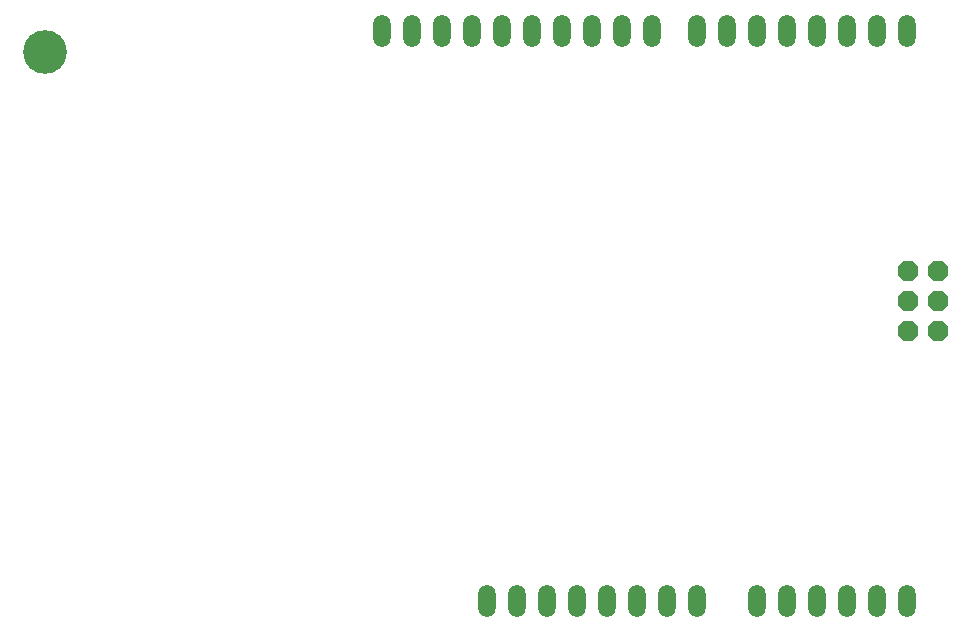
<source format=gbs>
G04 Layer_Color=16711935*
%FSLAX24Y24*%
%MOIN*%
G70*
G01*
G75*
%ADD60O,0.0580X0.1080*%
%ADD61P,0.0747X8X292.5*%
%ADD62C,0.1458*%
D60*
X30693Y19984D02*
D03*
X29693D02*
D03*
X28693D02*
D03*
X27693D02*
D03*
X26693D02*
D03*
X25693D02*
D03*
X24693D02*
D03*
X23693D02*
D03*
X22193D02*
D03*
X21193D02*
D03*
X20193D02*
D03*
X19193D02*
D03*
X18193D02*
D03*
X17193D02*
D03*
X16193D02*
D03*
X15193D02*
D03*
X14193D02*
D03*
X13193D02*
D03*
X16693Y984D02*
D03*
X17693D02*
D03*
X18693D02*
D03*
X19693D02*
D03*
X20693D02*
D03*
X21693D02*
D03*
X22693D02*
D03*
X23693D02*
D03*
X25693D02*
D03*
X26693D02*
D03*
X27693D02*
D03*
X28693D02*
D03*
X29693D02*
D03*
X30693D02*
D03*
D61*
X30743Y11984D02*
D03*
X31743D02*
D03*
X30743Y10984D02*
D03*
X31743D02*
D03*
X30743Y9984D02*
D03*
X31743D02*
D03*
D62*
X1969Y19291D02*
D03*
M02*

</source>
